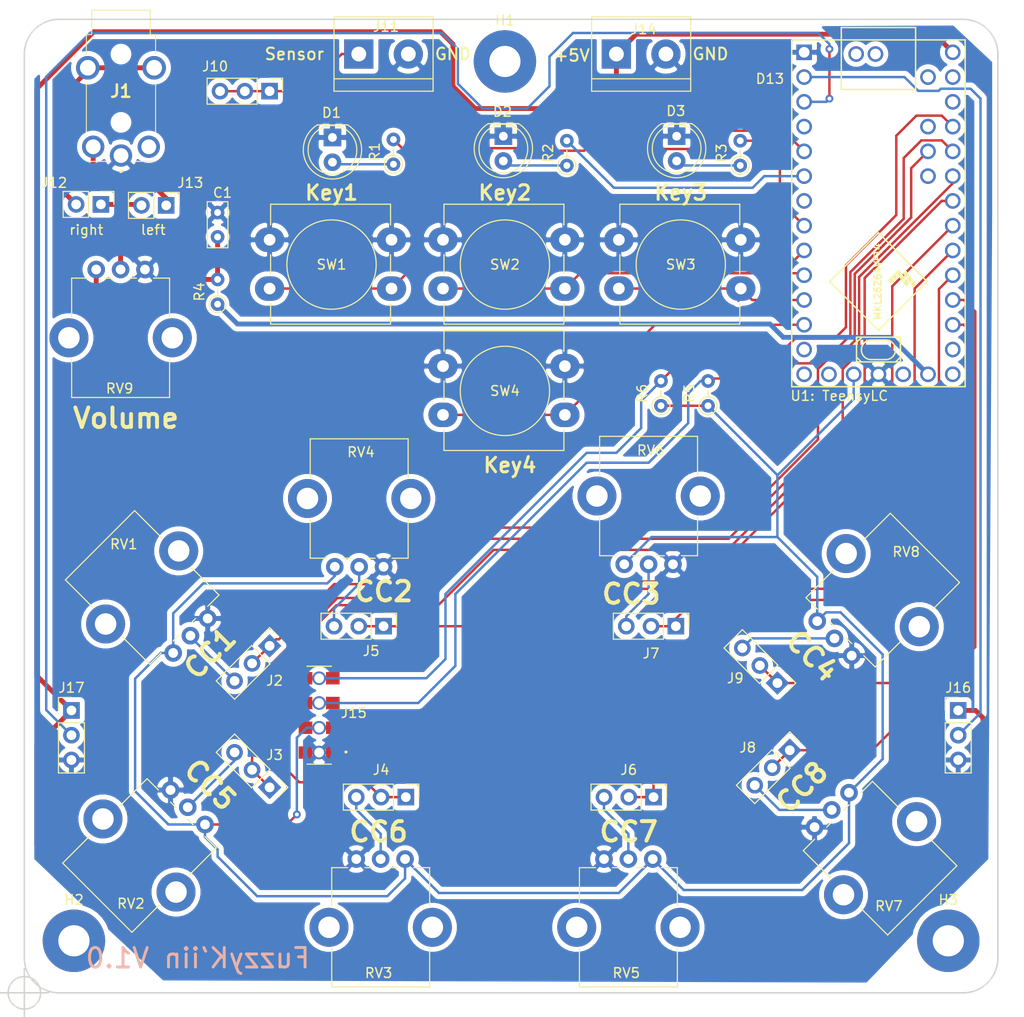
<source format=kicad_pcb>
(kicad_pcb (version 20171130) (host pcbnew "(5.1.6)-1")
  (title_block (title "ArduSynth - Kiin Synthesizer PCB"))
  (layers (0 F.Cu signal) (31 B.Cu signal) (34 B.Paste user) (35 F.Paste user) (36 B.SilkS user) (37 F.SilkS user) (38 B.Mask user) (39 F.Mask user) (44 Edge.Cuts user))
  (net 0 "")
  (net 1 "Net-(D3-Pad2)")
  (net 2 "Net-(C1-Pad1)")
  (net 3 "Net-(D1-Pad2)")
  (net 4 "Net-(D2-Pad2)")
  (net 5 GND)
  (net 6 +5V)
  (net 7 "Net-(J1-PadR)")
  (net 8 "Net-(J1-PadS)")
  (net 9 "Net-(J2-Pad3)")
  (net 10 "Net-(J3-Pad3)")
  (net 11 "Net-(J4-Pad3)")
  (net 12 "Net-(J5-Pad3)")
  (net 13 "Net-(J6-Pad3)")
  (net 14 "Net-(J7-Pad3)")
  (net 15 "Net-(J8-Pad3)")
  (net 16 "Net-(J9-Pad3)")
  (net 17 "Net-(J10-Pad1)")
  (net 18 "Net-(J12-Pad1)")
  (net 19 "Net-(J1-PadT)")
  (net 20 "Net-(U1-Pad18)")
  (net 21 "Net-(U1-Pad20)")
  (net 22 "Net-(U1-Pad14)")
  (net 23 "Net-(U1-Pad21)")
  (net 24 "Net-(U1-Pad31)")
  (net 25 "Net-(U1-Pad32)")
  (net 26 "Net-(U1-Pad34)")
  (net 27 "Net-(U1-Pad35)")
  (net 28 "Net-(U1-Pad37)")
  (net 29 "Net-(U1-Pad13)")
  (net 30 "Net-(U1-Pad7)")
  (net 31 "Net-(U1-Pad4)")
  (net 32 "Net-(U1-Pad40)")
  (net 33 "Net-(U1-Pad39)")
  (net 34 +3V3)
  (net 35 "Net-(J2-Pad1)")
  (net 36 "Net-(J3-Pad1)")
  (net 37 "Net-(J4-Pad1)")
  (net 38 "Net-(J5-Pad1)")
  (net 39 "Net-(J6-Pad1)")
  (net 40 "Net-(J7-Pad1)")
  (net 41 "Net-(J8-Pad1)")
  (net 42 "Net-(J9-Pad1)")
  (net 43 "Net-(SW4-Pad2)")
  (net 44 "Net-(SW3-Pad2)")
  (net 45 "Net-(SW2-Pad2)")
  (net 46 "Net-(SW1-Pad2)")
  (net 47 "Net-(R3-Pad2)")
  (net 48 "Net-(R2-Pad2)")
  (net 49 "Net-(R1-Pad2)")
  (net 50 SDA)
  (net 51 SCL)
  (net 52 DataIn)
  (net 53 DataOut)
  (net 54 AudioOut)
  (net 55 "Net-(U1-Pad15)")
  (module MountingHole:MountingHole_3.2mm_M3_Pad (layer F.Cu) (at 107.696 168.402)
    (fp_text reference H3 (at 0 -4.2) (layer F.SilkS))
    (fp_text value MountingHole)
    (pad 1 thru_hole circle (at 0 0) (size 6.4 6.4) (drill 3.2) (layers *.Cu *.Mask))
  )
  (module MountingHole:MountingHole_3.2mm_M3_Pad (layer F.Cu) (at 18.034 168.402)
    (fp_text reference H2 (at 0 -4.2) (layer F.SilkS))
    (fp_text value MountingHole)
    (pad 1 thru_hole circle (at 0 0) (size 6.4 6.4) (drill 3.2) (layers *.Cu *.Mask))
  )
  (module MountingHole:MountingHole_3.2mm_M3_Pad (layer F.Cu) (at 62.23 78.232)
    (fp_text reference H1 (at 0 -4.2) (layer F.SilkS))
    (fp_text value MountingHole)
    (pad 1 thru_hole circle (at 0 0) (size 6.4 6.4) (drill 3.2) (layers *.Cu *.Mask))
  )
  (module TeensySynth_Footprints:Teensy_LC (layer F.Cu) (at 100.5332 93.8022 270)
    (fp_text reference "U1: TeensyLC" (at 18.7198 4.0132 180) (layer F.SilkS))
    (fp_text value Teensy-LC)
    (fp_text user MKL26Z64VFT4 (at 7 0.06 90) (layer F.SilkS) (effects (font (size 0.7 0.7))))
    (pad 39 thru_hole circle (at -16.3322 2.286 270) (size 1.6 1.6) (drill 1.1) (layers *.Cu *.Mask) (net 33 "Net-(U1-Pad39)"))
    (pad 40 thru_hole circle (at -16.3322 0.3048 270) (size 1.6 1.6) (drill 1.1) (layers *.Cu *.Mask) (net 32 "Net-(U1-Pad40)"))
    (pad 1 thru_hole rect (at -16.51 7.62 270) (size 1.6 1.6) (drill 1.1) (layers *.Cu *.Mask) (net 5 GND))
    (pad 2 thru_hole circle (at -13.97 7.62 270) (size 1.6 1.6) (drill 1.1) (layers *.Cu *.Mask) (net 52 DataIn))
    (pad 3 thru_hole circle (at -11.43 7.62 270) (size 1.6 1.6) (drill 1.1) (layers *.Cu *.Mask) (net 53 DataOut))
    (pad 4 thru_hole circle (at -8.89 7.62 270) (size 1.6 1.6) (drill 1.1) (layers *.Cu *.Mask) (net 31 "Net-(U1-Pad4)"))
    (pad 5 thru_hole circle (at -6.35 7.62 270) (size 1.6 1.6) (drill 1.1) (layers *.Cu *.Mask) (net 49 "Net-(R1-Pad2)"))
    (pad 6 thru_hole circle (at -3.81 7.62 270) (size 1.6 1.6) (drill 1.1) (layers *.Cu *.Mask) (net 48 "Net-(R2-Pad2)"))
    (pad 7 thru_hole circle (at -1.27 7.62 270) (size 1.6 1.6) (drill 1.1) (layers *.Cu *.Mask) (net 30 "Net-(U1-Pad7)"))
    (pad 8 thru_hole circle (at 1.27 7.62 270) (size 1.6 1.6) (drill 1.1) (layers *.Cu *.Mask) (net 47 "Net-(R3-Pad2)"))
    (pad 9 thru_hole circle (at 3.81 7.62 270) (size 1.6 1.6) (drill 1.1) (layers *.Cu *.Mask) (net 46 "Net-(SW1-Pad2)"))
    (pad 10 thru_hole circle (at 6.35 7.62 270) (size 1.6 1.6) (drill 1.1) (layers *.Cu *.Mask) (net 45 "Net-(SW2-Pad2)"))
    (pad 11 thru_hole circle (at 8.89 7.62 270) (size 1.6 1.6) (drill 1.1) (layers *.Cu *.Mask) (net 44 "Net-(SW3-Pad2)"))
    (pad 12 thru_hole circle (at 11.43 7.62 270) (size 1.6 1.6) (drill 1.1) (layers *.Cu *.Mask) (net 43 "Net-(SW4-Pad2)"))
    (pad 13 thru_hole circle (at 13.97 7.62 270) (size 1.6 1.6) (drill 1.1) (layers *.Cu *.Mask) (net 29 "Net-(U1-Pad13)"))
    (pad 37 thru_hole circle (at -3.81 -5.08 270) (size 1.6 1.6) (drill 1.1) (layers *.Cu *.Mask) (net 28 "Net-(U1-Pad37)"))
    (pad 36 thru_hole circle (at -6.35 -5.08 270) (size 1.6 1.6) (drill 1.1) (layers *.Cu *.Mask) (net 35 "Net-(J2-Pad1)"))
    (pad 35 thru_hole circle (at -8.89 -5.08 270) (size 1.6 1.6) (drill 1.1) (layers *.Cu *.Mask) (net 27 "Net-(U1-Pad35)"))
    (pad 34 thru_hole circle (at -13.97 -5.08 270) (size 1.6 1.6) (drill 1.1) (layers *.Cu *.Mask) (net 26 "Net-(U1-Pad34)"))
    (pad 33 thru_hole circle (at -16.51 -7.62 270) (size 1.6 1.6) (drill 1.1) (layers *.Cu *.Mask) (net 6 +5V))
    (pad 32 thru_hole circle (at -13.97 -7.62 270) (size 1.6 1.6) (drill 1.1) (layers *.Cu *.Mask) (net 25 "Net-(U1-Pad32)"))
    (pad 31 thru_hole circle (at -11.43 -7.62 270) (size 1.6 1.6) (drill 1.1) (layers *.Cu *.Mask) (net 24 "Net-(U1-Pad31)"))
    (pad 30 thru_hole circle (at -8.89 -7.62 270) (size 1.6 1.6) (drill 1.1) (layers *.Cu *.Mask) (net 50 SDA))
    (pad 29 thru_hole circle (at -6.35 -7.62 270) (size 1.6 1.6) (drill 1.1) (layers *.Cu *.Mask) (net 51 SCL))
    (pad 28 thru_hole circle (at -3.81 -7.62 270) (size 1.6 1.6) (drill 1.1) (layers *.Cu *.Mask) (net 36 "Net-(J3-Pad1)"))
    (pad 27 thru_hole circle (at -1.27 -7.62 270) (size 1.6 1.6) (drill 1.1) (layers *.Cu *.Mask) (net 37 "Net-(J4-Pad1)"))
    (pad 26 thru_hole circle (at 1.27 -7.62 270) (size 1.6 1.6) (drill 1.1) (layers *.Cu *.Mask) (net 38 "Net-(J5-Pad1)"))
    (pad 25 thru_hole circle (at 3.81 -7.62 270) (size 1.6 1.6) (drill 1.1) (layers *.Cu *.Mask) (net 39 "Net-(J6-Pad1)"))
    (pad 24 thru_hole circle (at 6.35 -7.62 270) (size 1.6 1.6) (drill 1.1) (layers *.Cu *.Mask) (net 40 "Net-(J7-Pad1)"))
    (pad 23 thru_hole circle (at 8.89 -7.62 270) (size 1.6 1.6) (drill 1.1) (layers *.Cu *.Mask) (net 41 "Net-(J8-Pad1)"))
    (pad 22 thru_hole circle (at 11.43 -7.62 270) (size 1.6 1.6) (drill 1.1) (layers *.Cu *.Mask) (net 42 "Net-(J9-Pad1)"))
    (pad 21 thru_hole circle (at 13.97 -7.62 270) (size 1.6 1.6) (drill 1.1) (layers *.Cu *.Mask) (net 23 "Net-(U1-Pad21)"))
    (pad 14 thru_hole circle (at 16.51 7.62 270) (size 1.6 1.6) (drill 1.1) (layers *.Cu *.Mask) (net 22 "Net-(U1-Pad14)"))
    (pad 15 thru_hole circle (at 16.51 5.08 270) (size 1.6 1.6) (drill 1.1) (layers *.Cu *.Mask) (net 55 "Net-(U1-Pad15)"))
    (pad 16 thru_hole circle (at 16.51 2.54 270) (size 1.6 1.6) (drill 1.1) (layers *.Cu *.Mask) (net 34 +3V3))
    (pad 20 thru_hole circle (at 16.51 -7.62 270) (size 1.6 1.6) (drill 1.1) (layers *.Cu *.Mask) (net 21 "Net-(U1-Pad20)"))
    (pad 19 thru_hole circle (at 16.51 -5.08 270) (size 1.6 1.6) (drill 1.1) (layers *.Cu *.Mask) (net 54 AudioOut))
    (pad 18 thru_hole circle (at 16.51 -2.54 270) (size 1.6 1.6) (drill 1.1) (layers *.Cu *.Mask) (net 20 "Net-(U1-Pad18)"))
    (pad 17 thru_hole circle (at 16.51 0 270) (size 1.6 1.6) (drill 1.1) (layers *.Cu *.Mask) (net 5 GND))
  )
  (module Resistor_THT:R_Axial_DIN0204_L3.6mm_D1.6mm_P2.54mm_Vertical (layer F.Cu) (at 78.232 113.538 90)
    (fp_text reference R6 (at 1.27 -1.92 90) (layer F.SilkS))
    (fp_text value 4.7K)
    (pad 2 thru_hole oval (at 2.54 0 90) (size 1.4 1.4) (drill 0.7) (layers *.Cu *.Mask) (net 50 SDA))
    (pad 1 thru_hole circle (at 0 0 90) (size 1.4 1.4) (drill 0.7) (layers *.Cu *.Mask) (net 34 +3V3))
  )
  (module Resistor_THT:R_Axial_DIN0204_L3.6mm_D1.6mm_P2.54mm_Vertical (layer F.Cu) (at 83.058 113.538 90)
    (fp_text reference R5 (at 1.27 -1.92 90) (layer F.SilkS))
    (fp_text value 4.7K)
    (pad 2 thru_hole oval (at 2.54 0 90) (size 1.4 1.4) (drill 0.7) (layers *.Cu *.Mask) (net 51 SCL))
    (pad 1 thru_hole circle (at 0 0 90) (size 1.4 1.4) (drill 0.7) (layers *.Cu *.Mask) (net 34 +3V3))
  )
  (module Resistor_THT:R_Axial_DIN0204_L3.6mm_D1.6mm_P2.54mm_Vertical (layer F.Cu) (at 86.36 88.9 90)
    (fp_text reference R3 (at 1.27 -1.92 90) (layer F.SilkS))
    (fp_text value 470)
    (pad 2 thru_hole oval (at 2.54 0 90) (size 1.4 1.4) (drill 0.7) (layers *.Cu *.Mask) (net 47 "Net-(R3-Pad2)"))
    (pad 1 thru_hole circle (at 0 0 90) (size 1.4 1.4) (drill 0.7) (layers *.Cu *.Mask) (net 1 "Net-(D3-Pad2)"))
  )
  (module Resistor_THT:R_Axial_DIN0204_L3.6mm_D1.6mm_P2.54mm_Vertical (layer F.Cu) (at 68.58 88.9 90)
    (fp_text reference R2 (at 1.27 -1.92 90) (layer F.SilkS))
    (fp_text value 470)
    (pad 2 thru_hole oval (at 2.54 0 90) (size 1.4 1.4) (drill 0.7) (layers *.Cu *.Mask) (net 48 "Net-(R2-Pad2)"))
    (pad 1 thru_hole circle (at 0 0 90) (size 1.4 1.4) (drill 0.7) (layers *.Cu *.Mask) (net 4 "Net-(D2-Pad2)"))
  )
  (module Resistor_THT:R_Axial_DIN0204_L3.6mm_D1.6mm_P2.54mm_Vertical (layer F.Cu) (at 50.8 88.773 90)
    (fp_text reference R1 (at 1.27 -1.92 90) (layer F.SilkS))
    (fp_text value 470)
    (pad 2 thru_hole oval (at 2.54 0 90) (size 1.4 1.4) (drill 0.7) (layers *.Cu *.Mask) (net 49 "Net-(R1-Pad2)"))
    (pad 1 thru_hole circle (at 0 0 90) (size 1.4 1.4) (drill 0.7) (layers *.Cu *.Mask) (net 3 "Net-(D1-Pad2)"))
  )
  (module Connector_PinHeader_2.54mm:PinHeader_1x03_P2.54mm_Vertical (layer F.Cu) (at 17.78 144.78)
    (fp_text reference J17 (at 0 -2.33) (layer F.SilkS))
    (fp_text value Conn_01x03_Male)
    (pad 3 thru_hole oval (at 0 5.08) (size 1.7 1.7) (drill 1) (layers *.Cu *.Mask) (net 5 GND))
    (pad 2 thru_hole oval (at 0 2.54) (size 1.7 1.7) (drill 1) (layers *.Cu *.Mask) (net 53 DataOut))
    (pad 1 thru_hole rect (at 0 0) (size 1.7 1.7) (drill 1) (layers *.Cu *.Mask) (net 6 +5V))
  )
  (module Connector_PinHeader_2.54mm:PinHeader_1x03_P2.54mm_Vertical (layer F.Cu) (at 108.712 144.78)
    (fp_text reference J16 (at 0 -2.33) (layer F.SilkS))
    (fp_text value Conn_01x03_Male)
    (pad 3 thru_hole oval (at 0 5.08) (size 1.7 1.7) (drill 1) (layers *.Cu *.Mask) (net 5 GND))
    (pad 2 thru_hole oval (at 0 2.54) (size 1.7 1.7) (drill 1) (layers *.Cu *.Mask) (net 52 DataIn))
    (pad 1 thru_hole rect (at 0 0) (size 1.7 1.7) (drill 1) (layers *.Cu *.Mask) (net 6 +5V))
  )
  (module TeensySynth_Footprints:91601304LF (layer F.Cu) (at 43.18 145.288 90)
    (fp_text reference J15 (at 0.254 3.556 180) (layer F.SilkS))
    (fp_text value display_connector_91601-304LF hide)
    (pad 1 smd rect (at -3.81 1.4 90) (size 1.27 1.4) (layers F.Cu F.Paste F.Mask) (net 5 GND))
    (pad 1 smd rect (at -3.81 -1.4 90) (size 1.27 1.4) (layers F.Cu F.Paste F.Mask) (net 5 GND))
    (pad 3 smd rect (at -1.27 1.4 90) (size 1.27 1.4) (layers F.Cu F.Paste F.Mask) (net 34 +3V3))
    (pad 3 smd rect (at -1.27 -1.4 90) (size 1.27 1.4) (layers F.Cu F.Paste F.Mask) (net 34 +3V3))
    (pad 5 smd rect (at 1.27 1.4 90) (size 1.27 1.4) (layers F.Cu F.Paste F.Mask) (net 51 SCL))
    (pad 5 smd rect (at 1.27 -1.4 90) (size 1.27 1.4) (layers F.Cu F.Paste F.Mask) (net 51 SCL))
    (pad 7 smd rect (at 3.81 1.4 90) (size 1.27 1.4) (layers F.Cu F.Paste F.Mask) (net 50 SDA))
    (pad 7 smd rect (at 3.81 -1.4 90) (size 1.27 1.4) (layers F.Cu F.Paste F.Mask) (net 50 SDA))
    (pad 1 thru_hole circle (at -3.81 0 90) (size 1.4 1.4) (drill 1) (layers *.Cu *.Mask) (net 5 GND))
    (pad 3 thru_hole circle (at -1.27 0 90) (size 1.4 1.4) (drill 1) (layers *.Cu *.Mask) (net 34 +3V3))
    (pad 5 thru_hole circle (at 1.27 0 90) (size 1.4 1.4) (drill 1) (layers *.Cu *.Mask) (net 51 SCL))
    (pad 7 thru_hole circle (at 3.81 0 90) (size 1.4 1.4) (drill 1) (layers *.Cu *.Mask) (net 50 SDA))
  )
  (module TeensySynth_Footprints:FC68125 (layer F.Cu) (at 22.86 81.28)
    (fp_text reference J1 (at 0 0) (layer F.SilkS) (effects (font (size 1.27 1.27) (thickness 0.254))))
    (fp_text value AudioJack3_Ground hide)
    (pad G thru_hole circle (at 0 6.6) (size 2.285 2.285) (drill 1.5232) (layers *.Cu *.Mask) (net 5 GND))
    (pad R thru_hole circle (at -2.85 5.7) (size 2.285 2.285) (drill 1.5232) (layers *.Cu *.Mask) (net 7 "Net-(J1-PadR)"))
    (pad T thru_hole circle (at -3.4 -2.4) (size 2.419 2.419) (drill 1.6125) (layers *.Cu *.Mask) (net 19 "Net-(J1-PadT)"))
    (pad T thru_hole circle (at 3.4 -2.4) (size 2.419 2.419) (drill 1.6125) (layers *.Cu *.Mask) (net 19 "Net-(J1-PadT)"))
    (pad S thru_hole circle (at 2.85 5.7) (size 2.285 2.285) (drill 1.5232) (layers *.Cu *.Mask) (net 8 "Net-(J1-PadS)"))
    (pad MH1 np_thru_hole circle (at 0 -3.8) (size 1.1 0) (drill 1.1) (layers *.Cu *.Mask))
    (pad MH2 np_thru_hole circle (at 0 3.2) (size 1.1 0) (drill 1.1) (layers *.Cu *.Mask))
  )
  (module Connector_PinHeader_2.54mm:PinHeader_1x02_P2.54mm_Vertical (layer F.Cu) (at 27.5 92.99 270)
    (fp_text reference J13 (at -2.312 -2.472) (layer F.SilkS))
    (fp_text value Conn_01x02_Male)
    (pad 2 thru_hole oval (at 0 2.54 270) (size 1.7 1.7) (drill 1) (layers *.Cu *.Mask) (net 18 "Net-(J12-Pad1)"))
    (pad 1 thru_hole rect (at 0 0 270) (size 1.7 1.7) (drill 1) (layers *.Cu *.Mask) (net 7 "Net-(J1-PadR)"))
  )
  (module Connector_PinHeader_2.54mm:PinHeader_1x02_P2.54mm_Vertical (layer F.Cu) (at 20.8 92.89 270)
    (fp_text reference J12 (at -2.212 4.798 180) (layer F.SilkS))
    (fp_text value Conn_01x02_Male)
    (pad 1 thru_hole rect (at 0 0 270) (size 1.7 1.7) (drill 1) (layers *.Cu *.Mask) (net 18 "Net-(J12-Pad1)"))
    (pad 2 thru_hole oval (at 0 2.54 270) (size 1.7 1.7) (drill 1) (layers *.Cu *.Mask) (net 19 "Net-(J1-PadT)"))
  )
  (module TerminalBlock:TerminalBlock_bornier-2_P5.08mm (layer F.Cu) (at 73.66 77.47)
    (fp_text reference J14 (at 2.794 -2.54) (layer F.SilkS))
    (fp_text value Screw_Terminal_01x02)
    (pad 2 thru_hole circle (at 5.08 0) (size 3 3) (drill 1.52) (layers *.Cu *.Mask) (net 5 GND))
    (pad 1 thru_hole rect (at 0 0) (size 3 3) (drill 1.52) (layers *.Cu *.Mask) (net 6 +5V))
  )
  (module TerminalBlock:TerminalBlock_bornier-2_P5.08mm (layer F.Cu) (at 47.244 77.47)
    (fp_text reference J11 (at 2.794 -2.794) (layer F.SilkS))
    (fp_text value Screw_Terminal_01x02)
    (pad 2 thru_hole circle (at 5.08 0) (size 3 3) (drill 1.52) (layers *.Cu *.Mask) (net 5 GND))
    (pad 1 thru_hole rect (at 0 0) (size 3 3) (drill 1.52) (layers *.Cu *.Mask) (net 17 "Net-(J10-Pad1)"))
  )
  (module Connector_PinHeader_2.54mm:PinHeader_1x03_P2.54mm_Vertical (layer F.Cu) (at 38.1 81.28 270)
    (fp_text reference J10 (at -2.54 5.588 180) (layer F.SilkS))
    (fp_text value Conn_01x03_Male)
    (pad 3 thru_hole oval (at 0 5.08 270) (size 1.7 1.7) (drill 1) (layers *.Cu *.Mask) (net 17 "Net-(J10-Pad1)"))
    (pad 2 thru_hole oval (at 0 2.54 270) (size 1.7 1.7) (drill 1) (layers *.Cu *.Mask) (net 17 "Net-(J10-Pad1)"))
    (pad 1 thru_hole rect (at 0 0 270) (size 1.7 1.7) (drill 1) (layers *.Cu *.Mask) (net 17 "Net-(J10-Pad1)"))
  )
  (module test:Potentiometer_Alps_RK09K_Single_Vertical_modified (layer F.Cu) (at 31.75 135.35 135)
    (fp_text reference RV1 (at 11.462201 -0.700036 180) (layer F.SilkS))
    (fp_text value 100K)
    (pad "" np_thru_hole circle (at 6.999999 2.8 135) (size 4 4) (drill 2.2) (layers *.Cu *.Mask))
    (pad "" np_thru_hole circle (at 7 -7.799999 135) (size 4 4) (drill 2.2) (layers *.Cu *.Mask))
    (pad 1 thru_hole circle (at 0 0 135) (size 1.8 1.8) (drill 1) (layers *.Cu *.Mask) (net 5 GND))
    (pad 2 thru_hole circle (at 0 -2.5 135) (size 1.8 1.8) (drill 1) (layers *.Cu *.Mask) (net 9 "Net-(J2-Pad3)"))
    (pad 3 thru_hole circle (at 0 -5 135) (size 1.8 1.8) (drill 1) (layers *.Cu *.Mask) (net 34 +3V3))
  )
  (module test:Potentiometer_Alps_RK09K_Single_Vertical_modified (layer F.Cu) (at 27.94 152.94 225)
    (fp_text reference RV2 (at 11.11289 -5.365526) (layer F.SilkS))
    (fp_text value 100K)
    (pad 3 thru_hole circle (at 0 -5 225) (size 1.8 1.8) (drill 1) (layers *.Cu *.Mask) (net 34 +3V3))
    (pad 2 thru_hole circle (at 0 -2.5 225) (size 1.8 1.8) (drill 1) (layers *.Cu *.Mask) (net 10 "Net-(J3-Pad3)"))
    (pad 1 thru_hole circle (at 0 0 225) (size 1.8 1.8) (drill 1) (layers *.Cu *.Mask) (net 5 GND))
    (pad "" np_thru_hole circle (at 7 -7.799999 225) (size 4 4) (drill 2.2) (layers *.Cu *.Mask))
    (pad "" np_thru_hole circle (at 6.999999 2.8 225) (size 4 4) (drill 2.2) (layers *.Cu *.Mask))
  )
  (module test:Potentiometer_Alps_RK09K_Single_Vertical_modified (layer F.Cu) (at 46.99 160.02 270)
    (fp_text reference RV3 (at 11.684 -2.286) (layer F.SilkS))
    (fp_text value 100K)
    (pad "" np_thru_hole circle (at 7 2.8 270) (size 4 4) (drill 2.2) (layers *.Cu *.Mask))
    (pad "" np_thru_hole circle (at 7 -7.8 270) (size 4 4) (drill 2.2) (layers *.Cu *.Mask))
    (pad 1 thru_hole circle (at 0 0 270) (size 1.8 1.8) (drill 1) (layers *.Cu *.Mask) (net 5 GND))
    (pad 2 thru_hole circle (at 0 -2.5 270) (size 1.8 1.8) (drill 1) (layers *.Cu *.Mask) (net 11 "Net-(J4-Pad3)"))
    (pad 3 thru_hole circle (at 0 -5 270) (size 1.8 1.8) (drill 1) (layers *.Cu *.Mask) (net 34 +3V3))
  )
  (module test:Potentiometer_Alps_RK09K_Single_Vertical_modified (layer F.Cu) (at 49.784 130.048 90)
    (fp_text reference RV4 (at 11.75 -2.32 180) (layer F.SilkS))
    (fp_text value 100K)
    (pad 3 thru_hole circle (at 0 -5 90) (size 1.8 1.8) (drill 1) (layers *.Cu *.Mask) (net 34 +3V3))
    (pad 2 thru_hole circle (at 0 -2.5 90) (size 1.8 1.8) (drill 1) (layers *.Cu *.Mask) (net 12 "Net-(J5-Pad3)"))
    (pad 1 thru_hole circle (at 0 0 90) (size 1.8 1.8) (drill 1) (layers *.Cu *.Mask) (net 5 GND))
    (pad "" np_thru_hole circle (at 7 -7.8 90) (size 4 4) (drill 2.2) (layers *.Cu *.Mask))
    (pad "" np_thru_hole circle (at 7 2.8 90) (size 4 4) (drill 2.2) (layers *.Cu *.Mask))
  )
  (module test:Potentiometer_Alps_RK09K_Single_Vertical_modified (layer F.Cu) (at 72.39 160.02 270)
    (fp_text reference RV5 (at 11.684 -2.286) (layer F.SilkS))
    (fp_text value 100K)
    (pad "" np_thru_hole circle (at 7 2.8 270) (size 4 4) (drill 2.2) (layers *.Cu *.Mask))
    (pad "" np_thru_hole circle (at 7 -7.8 270) (size 4 4) (drill 2.2) (layers *.Cu *.Mask))
    (pad 1 thru_hole circle (at 0 0 270) (size 1.8 1.8) (drill 1) (layers *.Cu *.Mask) (net 5 GND))
    (pad 2 thru_hole circle (at 0 -2.5 270) (size 1.8 1.8) (drill 1) (layers *.Cu *.Mask) (net 13 "Net-(J6-Pad3)"))
    (pad 3 thru_hole circle (at 0 -5 270) (size 1.8 1.8) (drill 1) (layers *.Cu *.Mask) (net 34 +3V3))
  )
  (module test:Potentiometer_Alps_RK09K_Single_Vertical_modified (layer F.Cu) (at 79.462 129.794 90)
    (fp_text reference RV6 (at 11.684 -2.286 180) (layer F.SilkS))
    (fp_text value 100K)
    (pad 3 thru_hole circle (at 0 -5 90) (size 1.8 1.8) (drill 1) (layers *.Cu *.Mask) (net 34 +3V3))
    (pad 2 thru_hole circle (at 0 -2.5 90) (size 1.8 1.8) (drill 1) (layers *.Cu *.Mask) (net 14 "Net-(J7-Pad3)"))
    (pad 1 thru_hole circle (at 0 0 90) (size 1.8 1.8) (drill 1) (layers *.Cu *.Mask) (net 5 GND))
    (pad "" np_thru_hole circle (at 7 -7.8 90) (size 4 4) (drill 2.2) (layers *.Cu *.Mask))
    (pad "" np_thru_hole circle (at 7 2.8 90) (size 4 4) (drill 2.2) (layers *.Cu *.Mask))
  )
  (module test:Potentiometer_Alps_RK09K_Single_Vertical_modified (layer F.Cu) (at 93.98 156.75 315)
    (fp_text reference RV7 (at 11.11289 0.336583 180) (layer F.SilkS))
    (fp_text value 100K)
    (pad "" np_thru_hole circle (at 6.999999 2.8 315) (size 4 4) (drill 2.2) (layers *.Cu *.Mask))
    (pad "" np_thru_hole circle (at 7 -7.799999 315) (size 4 4) (drill 2.2) (layers *.Cu *.Mask))
    (pad 1 thru_hole circle (at 0 0 315) (size 1.8 1.8) (drill 1) (layers *.Cu *.Mask) (net 5 GND))
    (pad 2 thru_hole circle (at 0 -2.5 315) (size 1.8 1.8) (drill 1) (layers *.Cu *.Mask) (net 15 "Net-(J8-Pad3)"))
    (pad 3 thru_hole circle (at 0 -5 315) (size 1.8 1.8) (drill 1) (layers *.Cu *.Mask) (net 34 +3V3))
  )
  (module test:Potentiometer_Alps_RK09K_Single_Vertical_modified (layer F.Cu) (at 97.79 139.16 45)
    (fp_text reference RV8 (at 11.4721 -3.569475 180) (layer F.SilkS))
    (fp_text value 100K)
    (pad 3 thru_hole circle (at 0 -5 45) (size 1.8 1.8) (drill 1) (layers *.Cu *.Mask) (net 34 +3V3))
    (pad 2 thru_hole circle (at 0 -2.5 45) (size 1.8 1.8) (drill 1) (layers *.Cu *.Mask) (net 16 "Net-(J9-Pad3)"))
    (pad 1 thru_hole circle (at 0 0 45) (size 1.8 1.8) (drill 1) (layers *.Cu *.Mask) (net 5 GND))
    (pad "" np_thru_hole circle (at 7 -7.799999 45) (size 4 4) (drill 2.2) (layers *.Cu *.Mask))
    (pad "" np_thru_hole circle (at 6.999999 2.8 45) (size 4 4) (drill 2.2) (layers *.Cu *.Mask))
  )
  (module test:Potentiometer_Alps_RK09K_Single_Vertical_modified (layer F.Cu) (at 20.32 99.568 270)
    (fp_text reference RV9 (at 12.2 -2.4 180) (layer F.SilkS))
    (fp_text value 100K)
    (pad "" np_thru_hole circle (at 7 2.8 270) (size 4 4) (drill 2.2) (layers *.Cu *.Mask))
    (pad "" np_thru_hole circle (at 7 -7.8 270) (size 4 4) (drill 2.2) (layers *.Cu *.Mask))
    (pad 1 thru_hole circle (at 0 0 270) (size 1.8 1.8) (drill 1) (layers *.Cu *.Mask) (net 2 "Net-(C1-Pad1)"))
    (pad 2 thru_hole circle (at 0 -2.5 270) (size 1.8 1.8) (drill 1) (layers *.Cu *.Mask) (net 18 "Net-(J12-Pad1)"))
    (pad 3 thru_hole circle (at 0 -5 270) (size 1.8 1.8) (drill 1) (layers *.Cu *.Mask) (net 5 GND))
  )
  (module Connector_PinHeader_2.54mm:PinHeader_1x03_P2.54mm_Vertical (layer F.Cu) (at 90.17 141.97 225)
    (fp_text reference J9 (at 2.705391 3.401184 180) (layer F.SilkS))
    (fp_text value Conn_01x03_Male)
    (pad 3 thru_hole oval (at 0 5.079999 225) (size 1.7 1.7) (drill 1) (layers *.Cu *.Mask) (net 16 "Net-(J9-Pad3)"))
    (pad 2 thru_hole oval (at 0 2.54 225) (size 1.7 1.7) (drill 1) (layers *.Cu *.Mask) (net 42 "Net-(J9-Pad1)"))
    (pad 1 thru_hole rect (at 0 0 225) (size 1.7 1.7) (drill 1) (layers *.Cu *.Mask) (net 42 "Net-(J9-Pad1)"))
  )
  (module Connector_PinHeader_2.54mm:PinHeader_1x03_P2.54mm_Vertical (layer F.Cu) (at 91.44 148.86 315)
    (fp_text reference J8 (at -3.244206 2.862368 180) (layer F.SilkS))
    (fp_text value Conn_01x03_Male)
    (pad 3 thru_hole oval (at 0 5.079999 315) (size 1.7 1.7) (drill 1) (layers *.Cu *.Mask) (net 15 "Net-(J8-Pad3)"))
    (pad 2 thru_hole oval (at 0 2.54 315) (size 1.7 1.7) (drill 1) (layers *.Cu *.Mask) (net 41 "Net-(J8-Pad1)"))
    (pad 1 thru_hole rect (at 0 0 315) (size 1.7 1.7) (drill 1) (layers *.Cu *.Mask) (net 41 "Net-(J8-Pad1)"))
  )
  (module Connector_PinHeader_2.54mm:PinHeader_1x03_P2.54mm_Vertical (layer F.Cu) (at 79.756 136.144 270)
    (fp_text reference J7 (at 2.794 2.54 180) (layer F.SilkS))
    (fp_text value Conn_01x03_Male)
    (pad 3 thru_hole oval (at 0 5.08 270) (size 1.7 1.7) (drill 1) (layers *.Cu *.Mask) (net 14 "Net-(J7-Pad3)"))
    (pad 2 thru_hole oval (at 0 2.54 270) (size 1.7 1.7) (drill 1) (layers *.Cu *.Mask) (net 40 "Net-(J7-Pad1)"))
    (pad 1 thru_hole rect (at 0 0 270) (size 1.7 1.7) (drill 1) (layers *.Cu *.Mask) (net 40 "Net-(J7-Pad1)"))
  )
  (module Connector_PinHeader_2.54mm:PinHeader_1x03_P2.54mm_Vertical (layer F.Cu) (at 77.47 153.67 270)
    (fp_text reference J6 (at -2.794 2.54 180) (layer F.SilkS))
    (fp_text value Conn_01x03_Male)
    (pad 3 thru_hole oval (at 0 5.08 270) (size 1.7 1.7) (drill 1) (layers *.Cu *.Mask) (net 13 "Net-(J6-Pad3)"))
    (pad 2 thru_hole oval (at 0 2.54 270) (size 1.7 1.7) (drill 1) (layers *.Cu *.Mask) (net 39 "Net-(J6-Pad1)"))
    (pad 1 thru_hole rect (at 0 0 270) (size 1.7 1.7) (drill 1) (layers *.Cu *.Mask) (net 39 "Net-(J6-Pad1)"))
  )
  (module Connector_PinHeader_2.54mm:PinHeader_1x03_P2.54mm_Vertical (layer F.Cu) (at 49.784 136.144 270)
    (fp_text reference J5 (at 2.54 1.27 180) (layer F.SilkS))
    (fp_text value Conn_01x03_Male)
    (pad 3 thru_hole oval (at 0 5.08 270) (size 1.7 1.7) (drill 1) (layers *.Cu *.Mask) (net 12 "Net-(J5-Pad3)"))
    (pad 2 thru_hole oval (at 0 2.54 270) (size 1.7 1.7) (drill 1) (layers *.Cu *.Mask) (net 38 "Net-(J5-Pad1)"))
    (pad 1 thru_hole rect (at 0 0 270) (size 1.7 1.7) (drill 1) (layers *.Cu *.Mask) (net 38 "Net-(J5-Pad1)"))
  )
  (module Connector_PinHeader_2.54mm:PinHeader_1x03_P2.54mm_Vertical (layer F.Cu) (at 52.07 153.67 270)
    (fp_text reference J4 (at -2.794 2.54 180) (layer F.SilkS))
    (fp_text value Conn_01x03_Male)
    (pad 3 thru_hole oval (at 0 5.08 270) (size 1.7 1.7) (drill 1) (layers *.Cu *.Mask) (net 11 "Net-(J4-Pad3)"))
    (pad 2 thru_hole oval (at 0 2.54 270) (size 1.7 1.7) (drill 1) (layers *.Cu *.Mask) (net 37 "Net-(J4-Pad1)"))
    (pad 1 thru_hole rect (at 0 0 270) (size 1.7 1.7) (drill 1) (layers *.Cu *.Mask) (net 37 "Net-(J4-Pad1)"))
  )
  (module Connector_PinHeader_2.54mm:PinHeader_1x03_P2.54mm_Vertical (layer F.Cu) (at 38.1 152.67 225)
    (fp_text reference J3 (at -2.705391 1.98697 180) (layer F.SilkS))
    (fp_text value Conn_01x03_Male)
    (pad 3 thru_hole oval (at 0 5.079999 225) (size 1.7 1.7) (drill 1) (layers *.Cu *.Mask) (net 10 "Net-(J3-Pad3)"))
    (pad 2 thru_hole oval (at 0 2.54 225) (size 1.7 1.7) (drill 1) (layers *.Cu *.Mask) (net 36 "Net-(J3-Pad1)"))
    (pad 1 thru_hole rect (at 0 0 225) (size 1.7 1.7) (drill 1) (layers *.Cu *.Mask) (net 36 "Net-(J3-Pad1)"))
  )
  (module Connector_PinHeader_2.54mm:PinHeader_1x03_P2.54mm_Vertical (layer F.Cu) (at 38.1 138.16 315)
    (fp_text reference J2 (at 2.884996 2.166575 180) (layer F.SilkS))
    (fp_text value Conn_01x03_Male)
    (pad 3 thru_hole oval (at 0 5.079999 315) (size 1.7 1.7) (drill 1) (layers *.Cu *.Mask) (net 9 "Net-(J2-Pad3)"))
    (pad 2 thru_hole oval (at 0 2.54 315) (size 1.7 1.7) (drill 1) (layers *.Cu *.Mask) (net 35 "Net-(J2-Pad1)"))
    (pad 1 thru_hole rect (at 0 0 315) (size 1.7 1.7) (drill 1) (layers *.Cu *.Mask) (net 35 "Net-(J2-Pad1)"))
  )
  (module Buttons_Switches_THT:SW_PUSH-12mm_Wuerth-430476085716 (layer F.Cu) (at 55.88 109.474)
    (fp_text reference SW4 (at 6.35 2.54) (layer F.SilkS))
    (fp_text value SW_Push)
    (pad 1 thru_hole oval (at 12.5 0) (size 3 2.5) (drill 1.2) (layers *.Cu *.Mask) (net 5 GND))
    (pad 2 thru_hole oval (at 12.5 5) (size 3 2.5) (drill 1.2) (layers *.Cu *.Mask) (net 43 "Net-(SW4-Pad2)"))
    (pad 1 thru_hole oval (at 0 0) (size 3 2.5) (drill 1.2) (layers *.Cu *.Mask) (net 5 GND))
    (pad 2 thru_hole oval (at 0 5) (size 3 2.5) (drill 1.2) (layers *.Cu *.Mask) (net 43 "Net-(SW4-Pad2)"))
  )
  (module Buttons_Switches_THT:SW_PUSH-12mm_Wuerth-430476085716 (layer F.Cu) (at 73.914 96.52)
    (fp_text reference SW3 (at 6.35 2.54) (layer F.SilkS))
    (fp_text value SW_Push)
    (pad 2 thru_hole oval (at 0 5) (size 3 2.5) (drill 1.2) (layers *.Cu *.Mask) (net 44 "Net-(SW3-Pad2)"))
    (pad 1 thru_hole oval (at 0 0) (size 3 2.5) (drill 1.2) (layers *.Cu *.Mask) (net 5 GND))
    (pad 2 thru_hole oval (at 12.5 5) (size 3 2.5) (drill 1.2) (layers *.Cu *.Mask) (net 44 "Net-(SW3-Pad2)"))
    (pad 1 thru_hole oval (at 12.5 0) (size 3 2.5) (drill 1.2) (layers *.Cu *.Mask) (net 5 GND))
  )
  (module Buttons_Switches_THT:SW_PUSH-12mm_Wuerth-430476085716 (layer F.Cu) (at 55.88 96.52)
    (fp_text reference SW2 (at 6.35 2.54) (layer F.SilkS))
    (fp_text value SW_Push)
    (pad 2 thru_hole oval (at 0 5) (size 3 2.5) (drill 1.2) (layers *.Cu *.Mask) (net 45 "Net-(SW2-Pad2)"))
    (pad 1 thru_hole oval (at 0 0) (size 3 2.5) (drill 1.2) (layers *.Cu *.Mask) (net 5 GND))
    (pad 2 thru_hole oval (at 12.5 5) (size 3 2.5) (drill 1.2) (layers *.Cu *.Mask) (net 45 "Net-(SW2-Pad2)"))
    (pad 1 thru_hole oval (at 12.5 0) (size 3 2.5) (drill 1.2) (layers *.Cu *.Mask) (net 5 GND))
  )
  (module Buttons_Switches_THT:SW_PUSH-12mm_Wuerth-430476085716 (layer F.Cu) (at 38.1 96.52)
    (fp_text reference SW1 (at 6.35 2.54) (layer F.SilkS))
    (fp_text value SW_Push)
    (pad 2 thru_hole oval (at 0 5) (size 3 2.5) (drill 1.2) (layers *.Cu *.Mask) (net 46 "Net-(SW1-Pad2)"))
    (pad 1 thru_hole oval (at 0 0) (size 3 2.5) (drill 1.2) (layers *.Cu *.Mask) (net 5 GND))
    (pad 2 thru_hole oval (at 12.5 5) (size 3 2.5) (drill 1.2) (layers *.Cu *.Mask) (net 46 "Net-(SW1-Pad2)"))
    (pad 1 thru_hole oval (at 12.5 0) (size 3 2.5) (drill 1.2) (layers *.Cu *.Mask) (net 5 GND))
  )
  (module Capacitors_THT:C_Rect_L4.6mm_W2.0mm_P2.50mm_MKS02_FKP02 (layer F.Cu) (at 32.766 96.226 90)
    (fp_text reference C1 (at 4.532 0.508 180) (layer F.SilkS))
    (fp_text value 4.7n)
    (pad 2 thru_hole circle (at 2.5 0 90) (size 1.4 1.4) (drill 0.7) (layers *.Cu *.Mask) (net 5 GND))
    (pad 1 thru_hole circle (at 0 0 90) (size 1.4 1.4) (drill 0.7) (layers *.Cu *.Mask) (net 2 "Net-(C1-Pad1)"))
  )
  (module LEDs:LED_D5.0mm (layer F.Cu) (at 44.544303 86.025436 270)
    (fp_text reference D1 (at -2.535436 0.094303 180) (layer F.SilkS))
    (fp_text value LED)
    (pad 2 thru_hole circle (at 2.54 0 270) (size 1.8 1.8) (drill 0.9) (layers *.Cu *.Mask) (net 3 "Net-(D1-Pad2)"))
    (pad 1 thru_hole rect (at 0 0 270) (size 1.8 1.8) (drill 0.9) (layers *.Cu *.Mask) (net 5 GND))
  )
  (module LEDs:LED_D5.0mm (layer F.Cu) (at 62.070303 85.898436 270)
    (fp_text reference D2 (at -2.508436 0.094303 180) (layer F.SilkS))
    (fp_text value LED)
    (pad 1 thru_hole rect (at 0 0 270) (size 1.8 1.8) (drill 0.9) (layers *.Cu *.Mask) (net 5 GND))
    (pad 2 thru_hole circle (at 2.54 0 270) (size 1.8 1.8) (drill 0.9) (layers *.Cu *.Mask) (net 4 "Net-(D2-Pad2)"))
  )
  (module LEDs:LED_D5.0mm (layer F.Cu) (at 79.839932 85.896084 270)
    (fp_text reference D3 (at -2.584084 0.083932 180) (layer F.SilkS))
    (fp_text value LED)
    (pad 2 thru_hole circle (at 2.54 0 270) (size 1.8 1.8) (drill 0.9) (layers *.Cu *.Mask) (net 1 "Net-(D3-Pad2)"))
    (pad 1 thru_hole rect (at 0 0 270) (size 1.8 1.8) (drill 0.9) (layers *.Cu *.Mask) (net 5 GND))
  )
  (module Resistors_THT:R_Axial_DIN0204_L3.6mm_D1.6mm_P2.54mm_Vertical (layer F.Cu) (at 32.766 103.124 90)
    (fp_text reference R4 (at 1.27 -1.86 270) (layer F.SilkS))
    (fp_text value 3.9K)
    (pad 1 thru_hole circle (at 0 0 90) (size 1.4 1.4) (drill 0.7) (layers *.Cu *.Mask) (net 54 AudioOut))
    (pad 2 thru_hole oval (at 2.54 0 90) (size 1.4 1.4) (drill 0.7) (layers *.Cu *.Mask) (net 2 "Net-(C1-Pad1)"))
  )
  (gr_arc (start 16.51 77.47) (end 16.51 73.914) (angle -90) (layer Edge.Cuts) (width 0.15))
  (gr_arc (start 109.22 77.47) (end 112.776 77.47) (angle -90) (layer Edge.Cuts) (width 0.15))
  (gr_arc (start 109.22 170.18) (end 109.22 173.736) (angle -90) (layer Edge.Cuts) (width 0.15))
  (gr_arc (start 16.51 170.18) (end 12.954 170.18) (angle -90) (layer Edge.Cuts) (width 0.15))
  (gr_text GND (at 56.896 77.47) (layer F.SilkS) (effects (font (size 1.2 1.2) (thickness 0.2))))
  (gr_text "FuzzyK'iin V1.0" (at 30.734 170.18) (layer B.SilkS) (effects (font (size 2 2) (thickness 0.3)) (justify mirror)))
  (gr_text left (at 26.162 95.504) (layer F.SilkS) (effects (font (size 1 1))))
  (gr_text right (at 19.304 95.504) (layer F.SilkS) (effects (font (size 1 1))))
  (gr_text Volume (at 23.368 114.808) (layer F.SilkS) (effects (font (size 2 2) (thickness 0.4))))
  (gr_text Key3 (at 80.264 91.694) (layer F.SilkS) (effects (font (size 1.5 1.5) (thickness 0.3))))
  (gr_text Key2 (at 62.23 91.694) (layer F.SilkS) (effects (font (size 1.5 1.5) (thickness 0.3))))
  (gr_text Key1 (at 44.45 91.694) (layer F.SilkS) (effects (font (size 1.5 1.5) (thickness 0.3))))
  (gr_text Key4 (at 62.738 119.634) (layer F.SilkS) (effects (font (size 1.5 1.5) (thickness 0.3))))
  (gr_text CC4 (at 93.726 139.192 315) (layer F.SilkS) (effects (font (size 2 2) (thickness 0.4))))
  (gr_text CC8 (at 92.71 152.654 45) (layer F.SilkS) (effects (font (size 2 2) (thickness 0.4))))
  (gr_text CC7 (at 74.93 157.226) (layer F.SilkS) (effects (font (size 2 2) (thickness 0.4))))
  (gr_text CC6 (at 49.276 157.226) (layer F.SilkS) (effects (font (size 2 2) (thickness 0.4))))
  (gr_text CC5 (at 32.004 152.4 315) (layer F.SilkS) (effects (font (size 2 2) (thickness 0.4))))
  (gr_text CC3 (at 75.184 132.842) (layer F.SilkS) (effects (font (size 2 2) (thickness 0.4))))
  (gr_text CC2 (at 49.784 132.588) (layer F.SilkS) (effects (font (size 2 2) (thickness 0.4))))
  (gr_text CC1 (at 32.004 138.938 45) (layer F.SilkS) (effects (font (size 2 2) (thickness 0.4))))
  (gr_text Sensor (at 40.64 77.47) (layer F.SilkS) (effects (font (size 1.2 1.2) (thickness 0.2))))
  (gr_text GND (at 83.312 77.47) (layer F.SilkS) (effects (font (size 1.2 1.2) (thickness 0.2))))
  (gr_text +5V (at 69.088 77.6224) (layer F.SilkS) (effects (font (size 1.2 1.2) (thickness 0.2))))
  (gr_text D13 (at 89.408 80.01) (layer F.SilkS) (effects (font (size 1 1))))
  (target plus (at 12.954 173.736) (size 5) (width 0.15) (layer Edge.Cuts))
  (gr_line (start 12.954 170.18) (end 12.954 77.47) (layer Edge.Cuts) (width 0.15))
  (gr_line (start 109.22 173.736) (end 16.51 173.736) (layer Edge.Cuts) (width 0.15))
  (gr_line (start 112.776 77.47) (end 112.776 170.18) (layer Edge.Cuts) (width 0.15))
  (gr_line (start 16.51 73.914) (end 109.22 73.914) (layer Edge.Cuts) (width 0.15))
  (segment (start 80.303848 88.9) (end 79.839932 88.436084) (width 0.25) (layer F.Cu) (net 1))
  (segment (start 80.303848 88.9) (end 79.839932 88.436084) (width 0.25) (layer B.Cu) (net 1))
  (segment (start 86.36 88.9) (end 80.303848 88.9) (width 0.25) (layer B.Cu) (net 1))
  (segment (start 20.32 99.568) (end 20.32 101.346) (width 0.5) (layer F.Cu) (net 2))
  (segment (start 20.32 101.346) (end 21.59 102.616) (width 0.5) (layer F.Cu) (net 2))
  (segment (start 21.59 102.616) (end 28.194 102.616) (width 0.5) (layer F.Cu) (net 2))
  (segment (start 30.226 100.584) (end 32.766 100.584) (width 0.5) (layer F.Cu) (net 2))
  (segment (start 28.194 102.616) (end 30.226 100.584) (width 0.5) (layer F.Cu) (net 2))
  (segment (start 32.766 96.226) (end 32.766 100.584) (width 0.5) (layer F.Cu) (net 2))
  (segment (start 44.751867 88.773) (end 44.544303 88.565436) (width 0.25) (layer F.Cu) (net 3))
  (segment (start 44.751867 88.773) (end 44.544303 88.565436) (width 0.25) (layer B.Cu) (net 3))
  (segment (start 50.8 88.773) (end 44.751867 88.773) (width 0.25) (layer B.Cu) (net 3))
  (segment (start 62.531867 88.9) (end 62.070303 88.438436) (width 0.25) (layer F.Cu) (net 4))
  (segment (start 62.531867 88.9) (end 62.070303 88.438436) (width 0.25) (layer B.Cu) (net 4))
  (segment (start 68.58 88.9) (end 62.531867 88.9) (width 0.25) (layer B.Cu) (net 4))
  (segment (start 41.78 149.098) (end 43.18 149.098) (width 0.25) (layer F.Cu) (net 5))
  (segment (start 44.58 149.098) (end 43.18 149.098) (width 0.25) (layer F.Cu) (net 5))
  (segment (start 108.1532 77.2922) (end 106.299 75.438) (width 0.5) (layer F.Cu) (net 6))
  (segment (start 75.692 75.438) (end 73.66 77.47) (width 0.5) (layer F.Cu) (net 6))
  (segment (start 106.299 75.438) (end 75.692 75.438) (width 0.5) (layer F.Cu) (net 6))
  (segment (start 108.712 144.78) (end 110.49 144.78) (width 0.5) (layer F.Cu) (net 6))
  (segment (start 110.49 144.78) (end 111.252 145.542) (width 0.5) (layer F.Cu) (net 6))
  (segment (start 111.252 145.542) (end 111.252 159.004) (width 0.5) (layer F.Cu) (net 6))
  (segment (start 111.252 159.004) (end 98.806 171.45) (width 0.5) (layer F.Cu) (net 6))
  (segment (start 98.806 171.45) (end 27.178 171.45) (width 0.5) (layer F.Cu) (net 6))
  (segment (start 27.178 171.45) (end 14.224 158.496) (width 0.5) (layer F.Cu) (net 6))
  (segment (start 14.224 141.224) (end 17.78 144.78) (width 0.5) (layer F.Cu) (net 6))
  (segment (start 20.066 75.184) (end 14.224 81.026) (width 0.5) (layer F.Cu) (net 6))
  (segment (start 55.626 75.184) (end 20.066 75.184) (width 0.5) (layer F.Cu) (net 6))
  (segment (start 56.896 76.454) (end 55.626 75.184) (width 0.5) (layer F.Cu) (net 6))
  (segment (start 73.66 80.518) (end 71.12 83.058) (width 0.5) (layer F.Cu) (net 6))
  (segment (start 71.12 83.058) (end 59.182 83.058) (width 0.5) (layer F.Cu) (net 6))
  (segment (start 14.224 81.026) (end 14.224 141.224) (width 0.5) (layer F.Cu) (net 6))
  (segment (start 73.66 77.47) (end 73.66 80.518) (width 0.5) (layer F.Cu) (net 6))
  (segment (start 59.182 83.058) (end 56.896 80.772) (width 0.5) (layer F.Cu) (net 6))
  (segment (start 56.896 80.772) (end 56.896 76.454) (width 0.5) (layer F.Cu) (net 6))
  (segment (start 17.78 144.78) (end 14.224 148.336) (width 0.5) (layer F.Cu) (net 6))
  (segment (start 14.224 148.336) (end 14.224 158.496) (width 0.5) (layer F.Cu) (net 6))
  (segment (start 27.4 93.09) (end 27.5 92.99) (width 0.25) (layer B.Cu) (net 7))
  (segment (start 27.432 92.922) (end 27.5 92.99) (width 0.5) (layer F.Cu) (net 7))
  (segment (start 27.5 92.99) (end 27.5 92.27) (width 0.5) (layer F.Cu) (net 7))
  (segment (start 27.5 92.27) (end 25.908 90.678) (width 0.5) (layer F.Cu) (net 7))
  (segment (start 25.908 90.678) (end 21.336 90.678) (width 0.5) (layer F.Cu) (net 7))
  (segment (start 20.01 89.352) (end 20.01 86.98) (width 0.5) (layer F.Cu) (net 7))
  (segment (start 21.336 90.678) (end 20.01 89.352) (width 0.5) (layer F.Cu) (net 7))
  (segment (start 29.982233 137.226437) (end 29.982233 137.117767) (width 0.25) (layer B.Cu) (net 9))
  (segment (start 34.507898 141.752102) (end 29.982233 137.226437) (width 0.25) (layer B.Cu) (net 9))
  (segment (start 34.507898 149.907636) (end 34.507898 149.077898) (width 0.25) (layer B.Cu) (net 10))
  (segment (start 29.707767 154.707767) (end 34.507898 149.907636) (width 0.25) (layer B.Cu) (net 10))
  (segment (start 49.49 160.02) (end 49.49 157.44) (width 0.25) (layer B.Cu) (net 11))
  (segment (start 46.99 154.94) (end 46.99 153.67) (width 0.25) (layer B.Cu) (net 11))
  (segment (start 49.49 157.44) (end 46.99 154.94) (width 0.25) (layer B.Cu) (net 11))
  (segment (start 47.284 130.048) (end 47.284 131.786) (width 0.25) (layer B.Cu) (net 12))
  (segment (start 44.704 134.366) (end 44.704 136.144) (width 0.25) (layer B.Cu) (net 12))
  (segment (start 47.284 131.786) (end 44.704 134.366) (width 0.25) (layer B.Cu) (net 12))
  (segment (start 74.89 160.02) (end 74.89 157.44) (width 0.25) (layer B.Cu) (net 13))
  (segment (start 72.39 154.94) (end 72.39 153.67) (width 0.25) (layer B.Cu) (net 13))
  (segment (start 74.89 157.44) (end 72.39 154.94) (width 0.25) (layer B.Cu) (net 13))
  (segment (start 76.962 129.794) (end 76.962 132.842) (width 0.25) (layer B.Cu) (net 14))
  (segment (start 74.676 135.128) (end 74.676 136.144) (width 0.25) (layer B.Cu) (net 14))
  (segment (start 76.962 132.842) (end 74.676 135.128) (width 0.25) (layer B.Cu) (net 14))
  (segment (start 90.378029 154.982233) (end 87.847898 152.452102) (width 0.25) (layer B.Cu) (net 15))
  (segment (start 95.747767 154.982233) (end 90.378029 154.982233) (width 0.25) (layer B.Cu) (net 15))
  (segment (start 87.563563 137.392233) (end 86.577898 138.377898) (width 0.25) (layer B.Cu) (net 16))
  (segment (start 96.022233 137.392233) (end 87.563563 137.392233) (width 0.25) (layer B.Cu) (net 16))
  (segment (start 33.02 81.28) (end 35.56 81.28) (width 0.25) (layer F.Cu) (net 17))
  (segment (start 35.56 81.28) (end 38.1 81.28) (width 0.25) (layer F.Cu) (net 17))
  (segment (start 45.494 77.47) (end 47.244 77.47) (width 0.25) (layer F.Cu) (net 17))
  (segment (start 38.1 81.28) (end 41.684 81.28) (width 0.25) (layer F.Cu) (net 17))
  (segment (start 41.684 81.28) (end 45.494 77.47) (width 0.25) (layer F.Cu) (net 17))
  (segment (start 24.86 93.09) (end 24.96 92.99) (width 0.25) (layer B.Cu) (net 18))
  (segment (start 24.86 92.89) (end 24.96 92.99) (width 0.5) (layer F.Cu) (net 18))
  (segment (start 22.82 93.03) (end 22.68 92.89) (width 0.5) (layer F.Cu) (net 18))
  (segment (start 20.8 92.89) (end 22.68 92.89) (width 0.5) (layer F.Cu) (net 18))
  (segment (start 22.82 99.568) (end 22.82 93.03) (width 0.5) (layer F.Cu) (net 18))
  (segment (start 22.68 92.89) (end 24.86 92.89) (width 0.5) (layer F.Cu) (net 18))
  (segment (start 18.3 92.85) (end 18.26 92.89) (width 0.25) (layer F.Cu) (net 19))
  (segment (start 18.288 92.862) (end 18.26 92.89) (width 0.5) (layer F.Cu) (net 19))
  (segment (start 18.26 92.89) (end 17.272 91.902) (width 0.5) (layer F.Cu) (net 19))
  (segment (start 17.272 81.370002) (end 19.46 79.182002) (width 0.5) (layer F.Cu) (net 19))
  (segment (start 19.46 79.182002) (end 19.46 78.88) (width 0.5) (layer F.Cu) (net 19))
  (segment (start 17.272 91.902) (end 17.272 81.370002) (width 0.5) (layer F.Cu) (net 19))
  (segment (start 19.46 78.88) (end 26.26 78.88) (width 0.5) (layer F.Cu) (net 19))
  (segment (start 36.83 163.83) (end 50.165 163.83) (width 0.25) (layer B.Cu) (net 34))
  (segment (start 51.99 162.005) (end 51.99 160.02) (width 0.25) (layer B.Cu) (net 34))
  (segment (start 50.165 163.83) (end 51.99 162.005) (width 0.25) (layer B.Cu) (net 34))
  (segment (start 97.515534 158.389466) (end 92.71 163.195) (width 0.25) (layer B.Cu) (net 34))
  (segment (start 80.565 163.195) (end 77.39 160.02) (width 0.25) (layer B.Cu) (net 34))
  (segment (start 92.71 163.195) (end 80.565 163.195) (width 0.25) (layer B.Cu) (net 34))
  (segment (start 26.941674 138.885534) (end 24.3078 141.519408) (width 0.25) (layer B.Cu) (net 34))
  (segment (start 28.214466 138.885534) (end 26.941674 138.885534) (width 0.25) (layer B.Cu) (net 34))
  (segment (start 24.3078 141.519408) (end 24.3078 153.0604) (width 0.25) (layer B.Cu) (net 34))
  (segment (start 27.722934 156.475534) (end 31.475534 156.475534) (width 0.25) (layer B.Cu) (net 34))
  (segment (start 24.3078 153.0604) (end 27.722934 156.475534) (width 0.25) (layer B.Cu) (net 34))
  (segment (start 31.475534 157.748326) (end 32.766 159.038792) (width 0.25) (layer B.Cu) (net 34))
  (segment (start 31.475534 156.475534) (end 31.475534 157.748326) (width 0.25) (layer B.Cu) (net 34))
  (segment (start 32.766 159.766) (end 36.83 163.83) (width 0.25) (layer B.Cu) (net 34))
  (segment (start 32.766 159.038792) (end 32.766 159.766) (width 0.25) (layer B.Cu) (net 34))
  (segment (start 97.515534 153.214466) (end 97.515534 158.389466) (width 0.25) (layer B.Cu) (net 34))
  (segment (start 90.17 127) (end 94.254466 131.084466) (width 0.25) (layer B.Cu) (net 34))
  (segment (start 94.254466 131.084466) (end 94.254466 135.624466) (width 0.25) (layer B.Cu) (net 34))
  (segment (start 95.154465 134.724467) (end 96.649867 134.724467) (width 0.25) (layer B.Cu) (net 34))
  (segment (start 94.254466 135.624466) (end 95.154465 134.724467) (width 0.25) (layer B.Cu) (net 34))
  (segment (start 96.649867 134.724467) (end 100.965 139.0396) (width 0.25) (layer B.Cu) (net 34))
  (segment (start 100.965 149.765) (end 97.515534 153.214466) (width 0.25) (layer B.Cu) (net 34))
  (segment (start 100.965 139.0396) (end 100.965 149.765) (width 0.25) (layer B.Cu) (net 34))
  (segment (start 52.889999 160.919999) (end 51.99 160.02) (width 0.25) (layer B.Cu) (net 34))
  (segment (start 55.4698 163.4998) (end 52.889999 160.919999) (width 0.25) (layer B.Cu) (net 34))
  (segment (start 73.9102 163.4998) (end 55.4698 163.4998) (width 0.25) (layer B.Cu) (net 34))
  (segment (start 77.39 160.02) (end 73.9102 163.4998) (width 0.25) (layer B.Cu) (net 34))
  (segment (start 97.9932 110.3122) (end 97.9932 112.8522) (width 0.25) (layer B.Cu) (net 34))
  (segment (start 90.17 120.6754) (end 90.17 127) (width 0.25) (layer B.Cu) (net 34))
  (segment (start 97.9932 112.8522) (end 90.17 120.6754) (width 0.25) (layer B.Cu) (net 34))
  (segment (start 40.894 155.194) (end 40.894 147.574) (width 0.25) (layer B.Cu) (net 34))
  (segment (start 41.91 146.558) (end 43.18 146.558) (width 0.25) (layer B.Cu) (net 34))
  (segment (start 40.894 147.574) (end 41.91 146.558) (width 0.25) (layer B.Cu) (net 34))
  (via (at 40.894 155.448) (size 0.8) (drill 0.4) (layers F.Cu B.Cu) (net 34))
  (segment (start 31.475534 156.475534) (end 39.866466 156.475534) (width 0.25) (layer F.Cu) (net 34))
  (segment (start 39.866466 156.475534) (end 40.894 155.448) (width 0.25) (layer F.Cu) (net 34))
  (segment (start 44.784 130.984) (end 44.784 130.048) (width 0.25) (layer B.Cu) (net 34))
  (segment (start 44.0182 131.7498) (end 44.784 130.984) (width 0.25) (layer B.Cu) (net 34))
  (segment (start 31.2928 131.7498) (end 44.0182 131.7498) (width 0.25) (layer B.Cu) (net 34))
  (segment (start 28.214466 138.885534) (end 28.214466 134.828134) (width 0.25) (layer B.Cu) (net 34))
  (segment (start 28.214466 134.828134) (end 31.2928 131.7498) (width 0.25) (layer B.Cu) (net 34))
  (segment (start 77.256 127) (end 90.17 127) (width 0.25) (layer B.Cu) (net 34))
  (segment (start 74.462 129.794) (end 77.256 127) (width 0.25) (layer B.Cu) (net 34))
  (segment (start 41.78 146.558) (end 43.18 146.558) (width 0.25) (layer F.Cu) (net 34))
  (segment (start 44.58 146.558) (end 43.18 146.558) (width 0.25) (layer F.Cu) (net 34))
  (segment (start 78.232 113.538) (end 83.058 113.538) (width 0.25) (layer F.Cu) (net 34))
  (segment (start 90.17 120.65) (end 83.058 113.538) (width 0.25) (layer B.Cu) (net 34))
  (segment (start 90.17 120.6754) (end 90.17 120.65) (width 0.25) (layer B.Cu) (net 34))
  (segment (start 36.303949 139.956051) (end 38.1 138.16) (width 0.25) (layer F.Cu) (net 35))
  (segment (start 38.771751 137.488249) (end 38.1 138.16) (width 0.25) (layer F.Cu) (net 35))
  (segment (start 39.065741 137.488249) (end 44.72799 131.826) (width 0.25) (layer F.Cu) (net 35))
  (segment (start 38.771751 137.488249) (end 39.065741 137.488249) (width 0.25) (layer F.Cu) (net 35))
  (segment (start 53.9496 131.826) (end 55.2704 130.5052) (width 0.25) (layer F.Cu) (net 35))
  (segment (start 44.72799 131.826) (end 53.9496 131.826) (width 0.25) (layer F.Cu) (net 35))
  (segment (start 55.2704 130.5052) (end 55.010599 130.765001) (width 0.25) (layer F.Cu) (net 35))
  (segment (start 105.141998 87.923402) (end 105.6132 87.4522) (width 0.25) (layer F.Cu) (net 35))
  (segment (start 59.7408 126.0348) (end 85.2932 126.0348) (width 0.25) (layer F.Cu) (net 35))
  (segment (start 55.2704 130.5052) (end 59.7408 126.0348) (width 0.25) (layer F.Cu) (net 35))
  (segment (start 85.2932 126.0348) (end 94.328199 116.999801) (width 0.25) (layer F.Cu) (net 35))
  (segment (start 94.328199 109.772199) (end 95.642398 108.458) (width 0.25) (layer F.Cu) (net 35))
  (segment (start 94.328199 116.999801) (end 94.328199 109.772199) (width 0.25) (layer F.Cu) (net 35))
  (segment (start 95.642398 108.458) (end 96.52 108.458) (width 0.25) (layer F.Cu) (net 35))
  (segment (start 98.10199 106.87601) (end 98.10199 100.01801) (width 0.25) (layer F.Cu) (net 35))
  (segment (start 96.52 108.458) (end 98.10199 106.87601) (width 0.25) (layer F.Cu) (net 35))
  (segment (start 98.10199 100.01801) (end 103.886 94.234) (width 0.25) (layer F.Cu) (net 35))
  (segment (start 103.886 89.1794) (end 105.6132 87.4522) (width 0.25) (layer F.Cu) (net 35))
  (segment (start 103.886 94.234) (end 103.886 89.1794) (width 0.25) (layer F.Cu) (net 35))
  (segment (start 37.153948 151.723948) (end 38.1 152.67) (width 0.25) (layer F.Cu) (net 36))
  (segment (start 36.303949 150.873949) (end 37.153948 151.723948) (width 0.25) (layer F.Cu) (net 36))
  (segment (start 108.1532 90.7288) (end 108.1532 89.9922) (width 0.25) (layer F.Cu) (net 36))
  (segment (start 98.552 100.33) (end 108.1532 90.7288) (width 0.25) (layer F.Cu) (net 36))
  (segment (start 96.868199 109.772199) (end 98.552 108.088398) (width 0.25) (layer F.Cu) (net 36))
  (segment (start 96.868199 115.475801) (end 96.868199 109.772199) (width 0.25) (layer F.Cu) (net 36))
  (segment (start 85.1662 127.1778) (end 96.868199 115.475801) (width 0.25) (layer F.Cu) (net 36))
  (segment (start 36.303949 142.004051) (end 45.0596 133.2484) (width 0.25) (layer F.Cu) (net 36))
  (segment (start 98.552 108.088398) (end 98.552 100.33) (width 0.25) (layer F.Cu) (net 36))
  (segment (start 45.0596 133.2484) (end 54.3052 133.2484) (width 0.25) (layer F.Cu) (net 36))
  (segment (start 36.303949 150.873949) (end 36.303949 142.004051) (width 0.25) (layer F.Cu) (net 36))
  (segment (start 54.3052 133.2484) (end 60.3758 127.1778) (width 0.25) (layer F.Cu) (net 36))
  (segment (start 60.3758 127.1778) (end 85.1662 127.1778) (width 0.25) (layer F.Cu) (net 36))
  (segment (start 49.53 153.67) (end 52.07 153.67) (width 0.25) (layer F.Cu) (net 37))
  (segment (start 48.006 152.146) (end 49.53 153.67) (width 0.25) (layer F.Cu) (net 37))
  (segment (start 85.045001 128.314999) (end 61.067401 128.314999) (width 0.25) (layer F.Cu) (net 37))
  (segment (start 55.3974 133.985) (end 44.95941 133.985) (width 0.25) (layer F.Cu) (net 37))
  (segment (start 36.83 142.11441) (end 36.83 147.828) (width 0.25) (layer F.Cu) (net 37))
  (segment (start 99.118201 100.435829) (end 99.118201 114.241799) (width 0.25) (layer F.Cu) (net 37))
  (segment (start 108.1532 92.5322) (end 107.02183 92.5322) (width 0.25) (layer F.Cu) (net 37))
  (segment (start 107.02183 92.5322) (end 99.118201 100.435829) (width 0.25) (layer F.Cu) (net 37))
  (segment (start 99.118201 114.241799) (end 85.045001 128.314999) (width 0.25) (layer F.Cu) (net 37))
  (segment (start 61.067401 128.314999) (end 55.3974 133.985) (width 0.25) (layer F.Cu) (net 37))
  (segment (start 44.95941 133.985) (end 36.83 142.11441) (width 0.25) (layer F.Cu) (net 37))
  (segment (start 36.83 147.828) (end 41.148 152.146) (width 0.25) (layer F.Cu) (net 37))
  (segment (start 41.148 152.146) (end 48.006 152.146) (width 0.25) (layer F.Cu) (net 37))
  (segment (start 101.948199 101.277201) (end 101.948199 112.326201) (width 0.25) (layer F.Cu) (net 38))
  (segment (start 108.1532 95.0722) (end 101.948199 101.277201) (width 0.25) (layer F.Cu) (net 38))
  (segment (start 72.136 131.572) (end 67.564 136.144) (width 0.25) (layer F.Cu) (net 38))
  (segment (start 67.564 136.144) (end 49.784 136.144) (width 0.25) (layer F.Cu) (net 38))
  (segment (start 101.948199 112.326201) (end 82.7024 131.572) (width 0.25) (layer F.Cu) (net 38))
  (segment (start 82.7024 131.572) (end 72.136 131.572) (width 0.25) (layer F.Cu) (net 38))
  (segment (start 49.784 136.144) (end 47.244 136.144) (width 0.25) (layer F.Cu) (net 38))
  (segment (start 74.93 153.67) (end 77.47 153.67) (width 0.25) (layer F.Cu) (net 39))
  (segment (start 104.2416 101.5238) (end 104.2416 126.9746) (width 0.25) (layer F.Cu) (net 39))
  (segment (start 108.1532 97.6122) (end 104.2416 101.5238) (width 0.25) (layer F.Cu) (net 39))
  (segment (start 104.2416 126.9746) (end 98.9076 132.3086) (width 0.25) (layer F.Cu) (net 39))
  (segment (start 98.9076 132.3086) (end 72.9488 132.3086) (width 0.25) (layer F.Cu) (net 39))
  (segment (start 70.22501 135.03239) (end 70.22501 139.97341) (width 0.25) (layer F.Cu) (net 39))
  (segment (start 72.9488 132.3086) (end 70.22501 135.03239) (width 0.25) (layer F.Cu) (net 39))
  (segment (start 77.47 147.2184) (end 77.47 153.67) (width 0.25) (layer F.Cu) (net 39))
  (segment (start 70.22501 139.97341) (end 77.47 147.2184) (width 0.25) (layer F.Cu) (net 39))
  (segment (start 79.756 135.382) (end 79.756 136.144) (width 0.25) (layer F.Cu) (net 40))
  (segment (start 108.1532 100.1522) (end 106.738201 101.567199) (width 0.25) (layer F.Cu) (net 40))
  (segment (start 106.738201 126.687799) (end 99.9744 133.4516) (width 0.25) (layer F.Cu) (net 40))
  (segment (start 99.9744 133.4516) (end 81.6864 133.4516) (width 0.25) (layer F.Cu) (net 40))
  (segment (start 106.738201 101.567199) (end 106.738201 126.687799) (width 0.25) (layer F.Cu) (net 40))
  (segment (start 81.6864 133.4516) (end 79.756 135.382) (width 0.25) (layer F.Cu) (net 40))
  (segment (start 79.756 136.144) (end 77.216 136.144) (width 0.25) (layer F.Cu) (net 40))
  (segment (start 90.768249 149.531751) (end 89.643949 150.656051) (width 0.25) (layer F.Cu) (net 41))
  (segment (start 91.44 148.86) (end 90.768249 149.531751) (width 0.25) (layer F.Cu) (net 41))
  (segment (start 109.28457 102.6922) (end 110.4646 103.87223) (width 0.25) (layer F.Cu) (net 41))
  (segment (start 108.1532 102.6922) (end 109.28457 102.6922) (width 0.25) (layer F.Cu) (net 41))
  (segment (start 110.4646 103.87223) (end 110.4646 138.2776) (width 0.25) (layer F.Cu) (net 41))
  (segment (start 99.8822 148.86) (end 91.44 148.86) (width 0.25) (layer F.Cu) (net 41))
  (segment (start 110.4646 138.2776) (end 99.8822 148.86) (width 0.25) (layer F.Cu) (net 41))
  (segment (start 89.223948 141.023948) (end 90.17 141.97) (width 0.25) (layer F.Cu) (net 42))
  (segment (start 88.373949 140.173949) (end 89.223948 141.023948) (width 0.25) (layer F.Cu) (net 42))
  (segment (start 109.28457 105.2322) (end 109.7534 105.70103) (width 0.25) (layer F.Cu) (net 42))
  (segment (start 108.1532 105.2322) (end 109.28457 105.2322) (width 0.25) (layer F.Cu) (net 42))
  (segment (start 109.7534 105.70103) (end 109.7534 137.0584) (width 0.25) (layer F.Cu) (net 42))
  (segment (start 104.8418 141.97) (end 90.17 141.97) (width 0.25) (layer F.Cu) (net 42))
  (segment (start 109.7534 137.0584) (end 104.8418 141.97) (width 0.25) (layer F.Cu) (net 42))
  (segment (start 77.6218 105.2322) (end 68.38 114.474) (width 0.25) (layer F.Cu) (net 43))
  (segment (start 92.9132 105.2322) (end 77.6218 105.2322) (width 0.25) (layer F.Cu) (net 43))
  (segment (start 68.38 114.474) (end 55.88 114.474) (width 0.25) (layer F.Cu) (net 43))
  (segment (start 86.2578 102.6922) (end 86.16 102.79) (width 0.25) (layer B.Cu) (net 44))
  (segment (start 73.914 101.52) (end 86.414 101.52) (width 0.25) (layer F.Cu) (net 44))
  (segment (start 87.5862 102.6922) (end 86.414 101.52) (width 0.25) (layer F.Cu) (net 44))
  (segment (start 92.9132 102.6922) (end 87.5862 102.6922) (width 0.25) (layer F.Cu) (net 44))
  (segment (start 55.88 101.52) (end 68.38 101.52) (width 0.25) (layer F.Cu) (net 45))
  (segment (start 69.95501 99.94499) (end 68.38 101.52) (width 0.25) (layer F.Cu) (net 45))
  (segment (start 92.70599 99.94499) (end 69.95501 99.94499) (width 0.25) (layer F.Cu) (net 45))
  (segment (start 92.9132 100.1522) (end 92.70599 99.94499) (width 0.25) (layer F.Cu) (net 45))
  (segment (start 38.1 101.52) (end 50.6 101.52) (width 0.25) (layer F.Cu) (net 46))
  (segment (start 92.9132 97.6122) (end 91.03042 99.49498) (width 0.25) (layer F.Cu) (net 46))
  (segment (start 52.62502 99.49498) (end 50.6 101.52) (width 0.25) (layer F.Cu) (net 46))
  (segment (start 91.03042 99.49498) (end 52.62502 99.49498) (width 0.25) (layer F.Cu) (net 46))
  (segment (start 92.9132 95.0722) (end 90.424 92.583) (width 0.25) (layer F.Cu) (net 47))
  (segment (start 90.424 92.583) (end 90.424 87.884) (width 0.25) (layer F.Cu) (net 47))
  (segment (start 88.9 86.36) (end 86.36 86.36) (width 0.25) (layer F.Cu) (net 47))
  (segment (start 90.424 87.884) (end 88.9 86.36) (width 0.25) (layer F.Cu) (net 47))
  (segment (start 92.9132 89.9922) (end 88.8238 89.9922) (width 0.25) (layer B.Cu) (net 48))
  (segment (start 88.8238 89.9922) (end 87.63 91.186) (width 0.25) (layer B.Cu) (net 48))
  (segment (start 73.406 91.186) (end 68.58 86.36) (width 0.25) (layer B.Cu) (net 48))
  (segment (start 87.63 91.186) (end 73.406 91.186) (width 0.25) (layer B.Cu) (net 48))
  (segment (start 90.795999 85.334999) (end 83.829001 85.334999) (width 0.25) (layer F.Cu) (net 49))
  (segment (start 92.9132 87.4522) (end 90.795999 85.334999) (width 0.25) (layer F.Cu) (net 49))
  (segment (start 81.952917 87.211083) (end 70.522917 87.211083) (width 0.25) (layer F.Cu) (net 49))
  (segment (start 83.829001 85.334999) (end 81.952917 87.211083) (width 0.25) (layer F.Cu) (net 49))
  (segment (start 63.501437 87.123437) (end 51.690437 87.123437) (width 0.25) (layer F.Cu) (net 49))
  (segment (start 51.690437 87.123437) (end 50.8 86.233) (width 0.25) (layer F.Cu) (net 49))
  (segment (start 63.763001 87.385001) (end 63.501437 87.123437) (width 0.25) (layer F.Cu) (net 49))
  (segment (start 70.348999 87.385001) (end 63.763001 87.385001) (width 0.25) (layer F.Cu) (net 49))
  (segment (start 70.522917 87.211083) (end 70.348999 87.385001) (width 0.25) (layer F.Cu) (net 49))
  (segment (start 54.173002 141.478) (end 43.18 141.478) (width 0.25) (layer B.Cu) (net 50))
  (segment (start 56.134 132.842) (end 56.134 139.517002) (width 0.25) (layer B.Cu) (net 50))
  (segment (start 70.612 118.364) (end 56.134 132.842) (width 0.25) (layer B.Cu) (net 50))
  (segment (start 56.134 139.517002) (end 54.173002 141.478) (width 0.25) (layer B.Cu) (net 50))
  (segment (start 70.612 118.364) (end 73.66 118.364) (width 0.25) (layer B.Cu) (net 50))
  (segment (start 73.66 118.364) (end 76.2 115.824) (width 0.25) (layer B.Cu) (net 50))
  (segment (start 76.2 113.03) (end 78.232 110.998) (width 0.25) (layer B.Cu) (net 50))
  (segment (start 76.2 115.824) (end 76.2 113.03) (width 0.25) (layer B.Cu) (net 50))
  (segment (start 107.028199 83.787199) (end 104.426801 83.787199) (width 0.25) (layer F.Cu) (net 50))
  (segment (start 108.1532 84.9122) (end 107.028199 83.787199) (width 0.25) (layer F.Cu) (net 50))
  (segment (start 104.426801 83.787199) (end 102.362 85.852) (width 0.25) (layer F.Cu) (net 50))
  (segment (start 102.362 85.852) (end 102.362 93.98) (width 0.25) (layer F.Cu) (net 50))
  (segment (start 102.362 93.98) (end 97.201971 99.140029) (width 0.25) (layer F.Cu) (net 50))
  (segment (start 97.201971 99.140029) (end 97.201971 105.490029) (width 0.25) (layer F.Cu) (net 50))
  (segment (start 96.044801 106.647199) (end 91.980801 106.647199) (width 0.25) (layer F.Cu) (net 50))
  (segment (start 97.201971 105.490029) (end 96.044801 106.647199) (width 0.25) (layer F.Cu) (net 50))
  (segment (start 91.980801 106.647199) (end 89.408 109.22) (width 0.25) (layer F.Cu) (net 50))
  (segment (start 80.01 109.22) (end 78.232 110.998) (width 0.25) (layer F.Cu) (net 50))
  (segment (start 89.408 109.22) (end 80.01 109.22) (width 0.25) (layer F.Cu) (net 50))
  (segment (start 41.78 141.478) (end 43.18 141.478) (width 0.25) (layer F.Cu) (net 50))
  (segment (start 44.58 141.478) (end 43.18 141.478) (width 0.25) (layer F.Cu) (net 50))
  (segment (start 103.124 94.35959) (end 97.651981 99.831609) (width 0.25) (layer F.Cu) (net 51))
  (segment (start 91.472801 109.187199) (end 89.916 110.744) (width 0.25) (layer F.Cu) (net 51))
  (segment (start 104.934801 86.327199) (end 103.124 88.138) (width 0.25) (layer F.Cu) (net 51))
  (segment (start 108.1532 87.4522) (end 107.028199 86.327199) (width 0.25) (layer F.Cu) (net 51))
  (segment (start 97.651981 99.831609) (end 97.651981 106.310019) (width 0.25) (layer F.Cu) (net 51))
  (segment (start 97.651981 106.310019) (end 95.95401 108.00799) (width 0.25) (layer F.Cu) (net 51))
  (segment (start 95.95401 108.00799) (end 95.19201 108.00799) (width 0.25) (layer F.Cu) (net 51))
  (segment (start 107.028199 86.327199) (end 104.934801 86.327199) (width 0.25) (layer F.Cu) (net 51))
  (segment (start 95.19201 108.00799) (end 94.012801 109.187199) (width 0.25) (layer F.Cu) (net 51))
  (segment (start 103.124 88.138) (end 103.124 94.35959) (width 0.25) (layer F.Cu) (net 51))
  (segment (start 94.012801 109.187199) (end 91.472801 109.187199) (width 0.25) (layer F.Cu) (net 51))
  (segment (start 41.78 144.018) (end 43.18 144.018) (width 0.25) (layer F.Cu) (net 51))
  (segment (start 44.58 144.018) (end 43.18 144.018) (width 0.25) (layer F.Cu) (net 51))
  (segment (start 83.312 110.744) (end 83.058 110.998) (width 0.25) (layer F.Cu) (net 51))
  (segment (start 89.916 110.744) (end 83.312 110.744) (width 0.25) (layer F.Cu) (net 51))
  (segment (start 82.296 110.998) (end 83.058 110.998) (width 0.25) (layer B.Cu) (net 51))
  (segment (start 81.026 112.268) (end 82.296 110.998) (width 0.25) (layer B.Cu) (net 51))
  (segment (start 81.026 115.316) (end 81.026 112.268) (width 0.25) (layer B.Cu) (net 51))
  (segment (start 76.962 119.38) (end 81.026 115.316) (width 0.25) (layer B.Cu) (net 51))
  (segment (start 43.18 144.018) (end 53.34 144.018) (width 0.25) (layer B.Cu) (net 51))
  (segment (start 57.15 140.208) (end 57.15 132.842) (width 0.25) (layer B.Cu) (net 51))
  (segment (start 53.34 144.018) (end 57.15 140.208) (width 0.25) (layer B.Cu) (net 51))
  (segment (start 57.15 132.842) (end 70.612 119.38) (width 0.25) (layer B.Cu) (net 51))
  (segment (start 70.612 119.38) (end 76.962 119.38) (width 0.25) (layer B.Cu) (net 51))
  (segment (start 110.998 82.042) (end 110.998 145.034) (width 0.25) (layer B.Cu) (net 52))
  (segment (start 110.998 145.034) (end 108.712 147.32) (width 0.25) (layer B.Cu) (net 52))
  (segment (start 109.982 81.026) (end 110.998 82.042) (width 0.25) (layer B.Cu) (net 52))
  (segment (start 106.712801 81.247199) (end 106.934 81.026) (width 0.25) (layer B.Cu) (net 52))
  (segment (start 92.9132 79.8322) (end 103.2002 79.8322) (width 0.25) (layer B.Cu) (net 52))
  (segment (start 104.615199 81.247199) (end 106.712801 81.247199) (width 0.25) (layer B.Cu) (net 52))
  (segment (start 103.2002 79.8322) (end 104.615199 81.247199) (width 0.25) (layer B.Cu) (net 52))
  (segment (start 106.934 81.026) (end 109.982 81.026) (width 0.25) (layer B.Cu) (net 52))
  (segment (start 92.9132 82.3722) (end 94.6658 82.3722) (width 0.25) (layer B.Cu) (net 53))
  (via (at 95.504 82.042) (size 0.8) (drill 0.4) (layers F.Cu B.Cu) (net 53))
  (segment (start 94.6658 82.3722) (end 95.1738 82.3722) (width 0.25) (layer B.Cu) (net 53))
  (segment (start 95.1738 82.3722) (end 95.504 82.042) (width 0.25) (layer B.Cu) (net 53))
  (via (at 95.504 76.962) (size 0.8) (drill 0.4) (layers F.Cu B.Cu) (net 53))
  (segment (start 95.504 82.042) (end 95.504 76.962) (width 0.25) (layer F.Cu) (net 53))
  (segment (start 15.194999 79.801001) (end 15.194999 144.734999) (width 0.25) (layer B.Cu) (net 53))
  (segment (start 69.215 75.311) (end 66.802 77.724) (width 0.25) (layer B.Cu) (net 53))
  (segment (start 66.802 77.724) (end 66.802 80.772) (width 0.25) (layer B.Cu) (net 53))
  (segment (start 94.361 75.311) (end 69.215 75.311) (width 0.25) (layer B.Cu) (net 53))
  (segment (start 95.504 76.962) (end 95.504 76.454) (width 0.25) (layer B.Cu) (net 53))
  (segment (start 95.504 76.454) (end 94.361 75.311) (width 0.25) (layer B.Cu) (net 53))
  (segment (start 19.685 75.311) (end 15.194999 79.801001) (width 0.25) (layer B.Cu) (net 53))
  (segment (start 66.802 80.772) (end 64.516 83.058) (width 0.25) (layer B.Cu) (net 53))
  (segment (start 64.516 83.058) (end 59.944 83.058) (width 0.25) (layer B.Cu) (net 53))
  (segment (start 59.944 83.058) (end 57.404 80.518) (width 0.25) (layer B.Cu) (net 53))
  (segment (start 57.404 76.962) (end 55.753 75.311) (width 0.25) (layer B.Cu) (net 53))
  (segment (start 55.753 75.311) (end 19.685 75.311) (width 0.25) (layer B.Cu) (net 53))
  (segment (start 15.194999 144.734999) (end 17.78 147.32) (width 0.25) (layer B.Cu) (net 53))
  (segment (start 57.404 80.518) (end 57.404 76.962) (width 0.25) (layer B.Cu) (net 53))
  (segment (start 104.363199 109.062199) (end 105.6132 110.3122) (width 0.5) (layer B.Cu) (net 54))
  (segment (start 32.766 103.124) (end 34.798 105.156) (width 0.5) (layer B.Cu) (net 54))
  (segment (start 34.798 105.156) (end 89.408 105.156) (width 0.5) (layer B.Cu) (net 54))
  (segment (start 89.408 105.156) (end 90.774199 106.522199) (width 0.5) (layer B.Cu) (net 54))
  (segment (start 90.774199 106.522199) (end 101.823199 106.522199) (width 0.5) (layer B.Cu) (net 54))
  (segment (start 101.823199 106.522199) (end 104.363199 109.062199) (width 0.5) (layer B.Cu) (net 54))
  (zone (net 5) (net_name GND) (layer B.Cu) (connect_pads (clearance 0.508)) (min_thickness 0.254) (fill yes (arc_segments 32) (thermal_gap 0.508) (thermal_bridge_width 0.508))
    (polygon (pts (xy 110.236 76.454) (xy 112.268 78.359) (xy 112.268 81.026) (xy 111.802215 160.02) (xy 104.648 167.132) (xy 99.314 172.686439) (xy 27.178 172.466) (xy 19.812 165.608) (xy 13.97 160.02) (xy 13.97 80.01) (xy 15.494 78.486) (xy 17.272 76.708) (xy 18.796 74.93) (xy 19.558 74.927402) (xy 108.204 74.549)))
  )
)
</source>
